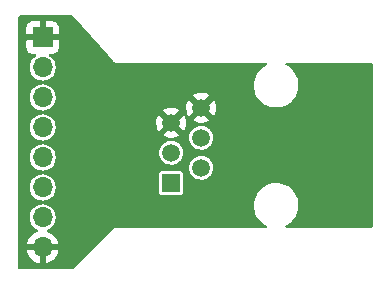
<source format=gbr>
%TF.GenerationSoftware,KiCad,Pcbnew,5.99.0-1.20210520gite8102d8.fc34*%
%TF.CreationDate,2021-05-24T16:10:21-07:00*%
%TF.ProjectId,ST_to_MEGA,53545f74-6f5f-44d4-9547-412e6b696361,rev?*%
%TF.SameCoordinates,Original*%
%TF.FileFunction,Copper,L2,Bot*%
%TF.FilePolarity,Positive*%
%FSLAX46Y46*%
G04 Gerber Fmt 4.6, Leading zero omitted, Abs format (unit mm)*
G04 Created by KiCad (PCBNEW 5.99.0-1.20210520gite8102d8.fc34) date 2021-05-24 16:10:21*
%MOMM*%
%LPD*%
G01*
G04 APERTURE LIST*
%TA.AperFunction,ComponentPad*%
%ADD10O,1.700000X1.700000*%
%TD*%
%TA.AperFunction,ComponentPad*%
%ADD11R,1.700000X1.700000*%
%TD*%
%TA.AperFunction,ComponentPad*%
%ADD12R,1.520000X1.520000*%
%TD*%
%TA.AperFunction,ComponentPad*%
%ADD13C,1.520000*%
%TD*%
G04 APERTURE END LIST*
D10*
%TO.P,J2,8,Pin_8*%
%TO.N,GND*%
X130810000Y-97405000D03*
%TO.P,J2,7,Pin_7*%
%TO.N,/~RESET*%
X130810000Y-94865000D03*
%TO.P,J2,6,Pin_6*%
%TO.N,/KEYB_RX*%
X130810000Y-92325000D03*
%TO.P,J2,5,Pin_5*%
%TO.N,/KEYB_TX*%
X130810000Y-89785000D03*
%TO.P,J2,4,Pin_4*%
%TO.N,VCC*%
X130810000Y-87245000D03*
%TO.P,J2,3,Pin_3*%
%TO.N,/~BD0SEL*%
X130810000Y-84705000D03*
%TO.P,J2,2,Pin_2*%
%TO.N,unconnected-(J2-Pad2)*%
X130810000Y-82165000D03*
D11*
%TO.P,J2,1,Pin_1*%
%TO.N,GND*%
X130810000Y-79625000D03*
%TD*%
D12*
%TO.P,J1,1*%
%TO.N,VCC*%
X141700000Y-91920000D03*
D13*
%TO.P,J1,2*%
X144240000Y-90650000D03*
%TO.P,J1,3*%
%TO.N,/KEYB_RX*%
X141700000Y-89380000D03*
%TO.P,J1,4*%
%TO.N,/KEYB_TX*%
X144240000Y-88110000D03*
%TO.P,J1,5*%
%TO.N,GND*%
X141700000Y-86840000D03*
%TO.P,J1,6*%
X144240000Y-85570000D03*
%TD*%
%TA.AperFunction,Conductor*%
%TO.N,GND*%
G36*
X133395688Y-77774002D02*
G01*
X133422392Y-77797028D01*
X135667633Y-80363018D01*
X136340434Y-81131932D01*
X136792470Y-81648545D01*
X136802403Y-81661505D01*
X136816859Y-81683141D01*
X136848356Y-81704187D01*
X136855152Y-81709063D01*
X136885187Y-81732162D01*
X136893623Y-81734432D01*
X136900885Y-81739285D01*
X136913055Y-81741706D01*
X136913056Y-81741706D01*
X136938019Y-81746671D01*
X136946186Y-81748580D01*
X136970787Y-81755202D01*
X136970791Y-81755202D01*
X136982772Y-81758427D01*
X136995077Y-81756821D01*
X136995079Y-81756821D01*
X137008569Y-81755060D01*
X137024876Y-81754000D01*
X149677896Y-81754000D01*
X149746017Y-81774002D01*
X149792510Y-81827658D01*
X149802614Y-81897932D01*
X149773120Y-81962512D01*
X149741566Y-81988729D01*
X149522607Y-82116934D01*
X149383801Y-82227940D01*
X149326992Y-82273372D01*
X149309593Y-82287286D01*
X149123401Y-82486604D01*
X148967932Y-82710711D01*
X148965902Y-82714792D01*
X148859020Y-82929633D01*
X148846442Y-82954915D01*
X148761478Y-83214098D01*
X148714818Y-83482832D01*
X148714695Y-83487390D01*
X148709098Y-83694233D01*
X148707440Y-83755487D01*
X148707975Y-83760005D01*
X148707975Y-83760011D01*
X148720005Y-83861648D01*
X148739499Y-84026350D01*
X148740683Y-84030752D01*
X148740684Y-84030759D01*
X148759541Y-84100888D01*
X148810323Y-84289749D01*
X148918428Y-84540165D01*
X148920819Y-84544044D01*
X149021825Y-84707906D01*
X149061550Y-84772353D01*
X149236691Y-84981448D01*
X149440181Y-85163070D01*
X149504547Y-85205592D01*
X149663948Y-85310898D01*
X149663955Y-85310902D01*
X149667759Y-85313415D01*
X149671886Y-85315352D01*
X149671892Y-85315356D01*
X149816014Y-85383020D01*
X149914656Y-85429332D01*
X150175700Y-85508395D01*
X150445423Y-85548946D01*
X150449988Y-85548966D01*
X150449989Y-85548966D01*
X150578250Y-85549526D01*
X150718175Y-85550136D01*
X150815802Y-85536328D01*
X150983726Y-85512579D01*
X150983730Y-85512578D01*
X150988242Y-85511940D01*
X151249966Y-85435159D01*
X151343084Y-85392428D01*
X151493708Y-85323308D01*
X151493712Y-85323306D01*
X151497865Y-85321400D01*
X151726745Y-85173047D01*
X151901133Y-85020113D01*
X151928380Y-84996218D01*
X151928382Y-84996216D01*
X151931813Y-84993207D01*
X151934774Y-84989735D01*
X151934779Y-84989729D01*
X152105808Y-84789126D01*
X152105811Y-84789123D01*
X152108772Y-84785649D01*
X152111199Y-84781787D01*
X152111203Y-84781782D01*
X152251486Y-84558584D01*
X152251487Y-84558582D01*
X152253915Y-84554719D01*
X152255757Y-84550554D01*
X152255760Y-84550547D01*
X152362357Y-84309428D01*
X152362359Y-84309423D01*
X152364201Y-84305256D01*
X152418274Y-84110934D01*
X152436097Y-84046885D01*
X152436098Y-84046880D01*
X152437321Y-84042485D01*
X152447618Y-83961542D01*
X152471347Y-83775020D01*
X152471348Y-83775012D01*
X152471742Y-83771912D01*
X152474500Y-83670000D01*
X152454761Y-83397961D01*
X152413212Y-83209765D01*
X152396944Y-83136080D01*
X152396943Y-83136076D01*
X152395959Y-83131620D01*
X152321212Y-82934329D01*
X152300942Y-82880828D01*
X152300941Y-82880825D01*
X152299324Y-82876558D01*
X152166882Y-82638117D01*
X152084145Y-82529705D01*
X152004179Y-82424925D01*
X152004178Y-82424924D01*
X152001407Y-82421293D01*
X151806365Y-82230626D01*
X151585842Y-82070113D01*
X151436439Y-81991508D01*
X151385467Y-81942089D01*
X151369304Y-81872956D01*
X151393083Y-81806060D01*
X151449254Y-81762640D01*
X151495107Y-81754000D01*
X158620000Y-81754000D01*
X158688121Y-81774002D01*
X158734614Y-81827658D01*
X158746000Y-81880000D01*
X158746000Y-95620000D01*
X158725998Y-95688121D01*
X158672342Y-95734614D01*
X158620000Y-95746000D01*
X151497937Y-95746000D01*
X151429816Y-95725998D01*
X151383323Y-95672342D01*
X151373219Y-95602068D01*
X151402713Y-95537488D01*
X151445386Y-95505482D01*
X151497865Y-95481400D01*
X151726745Y-95333047D01*
X151901133Y-95180113D01*
X151928380Y-95156218D01*
X151928382Y-95156216D01*
X151931813Y-95153207D01*
X151934774Y-95149735D01*
X151934779Y-95149729D01*
X152105808Y-94949126D01*
X152105811Y-94949123D01*
X152108772Y-94945649D01*
X152111199Y-94941787D01*
X152111203Y-94941782D01*
X152251486Y-94718584D01*
X152251487Y-94718582D01*
X152253915Y-94714719D01*
X152255757Y-94710554D01*
X152255760Y-94710547D01*
X152362357Y-94469428D01*
X152362359Y-94469423D01*
X152364201Y-94465256D01*
X152418274Y-94270934D01*
X152436097Y-94206885D01*
X152436098Y-94206880D01*
X152437321Y-94202485D01*
X152447618Y-94121542D01*
X152471347Y-93935020D01*
X152471348Y-93935012D01*
X152471742Y-93931912D01*
X152474500Y-93830000D01*
X152454761Y-93557961D01*
X152413212Y-93369765D01*
X152396944Y-93296080D01*
X152396943Y-93296076D01*
X152395959Y-93291620D01*
X152321212Y-93094329D01*
X152300942Y-93040828D01*
X152300941Y-93040825D01*
X152299324Y-93036558D01*
X152166882Y-92798117D01*
X152072016Y-92673813D01*
X152004179Y-92584925D01*
X152004178Y-92584924D01*
X152001407Y-92581293D01*
X151806365Y-92390626D01*
X151585842Y-92230113D01*
X151367428Y-92115199D01*
X151348499Y-92105240D01*
X151348498Y-92105240D01*
X151344458Y-92103114D01*
X151087269Y-92012292D01*
X150988454Y-91992816D01*
X150824135Y-91960428D01*
X150824129Y-91960427D01*
X150819663Y-91959547D01*
X150815110Y-91959320D01*
X150815107Y-91959320D01*
X150551815Y-91946212D01*
X150551809Y-91946212D01*
X150547246Y-91945985D01*
X150275724Y-91971890D01*
X150271290Y-91972975D01*
X150271284Y-91972976D01*
X150015224Y-92035634D01*
X150010786Y-92036720D01*
X149757982Y-92139117D01*
X149522607Y-92276934D01*
X149383801Y-92387940D01*
X149326992Y-92433372D01*
X149309593Y-92447286D01*
X149123401Y-92646604D01*
X148967932Y-92870711D01*
X148941442Y-92923958D01*
X148859020Y-93089633D01*
X148846442Y-93114915D01*
X148761478Y-93374098D01*
X148714818Y-93642832D01*
X148714695Y-93647390D01*
X148709098Y-93854233D01*
X148707440Y-93915487D01*
X148707975Y-93920005D01*
X148707975Y-93920011D01*
X148720005Y-94021648D01*
X148739499Y-94186350D01*
X148740683Y-94190752D01*
X148740684Y-94190759D01*
X148759541Y-94260888D01*
X148810323Y-94449749D01*
X148918428Y-94700165D01*
X148920819Y-94704044D01*
X149021825Y-94867906D01*
X149061550Y-94932353D01*
X149236691Y-95141448D01*
X149440181Y-95323070D01*
X149503433Y-95364856D01*
X149663948Y-95470898D01*
X149663955Y-95470902D01*
X149667759Y-95473415D01*
X149671892Y-95475355D01*
X149671893Y-95475356D01*
X149737046Y-95505945D01*
X149790209Y-95553001D01*
X149809491Y-95621329D01*
X149788771Y-95689235D01*
X149734628Y-95735159D01*
X149683498Y-95746000D01*
X137037547Y-95746000D01*
X137012967Y-95743579D01*
X137012173Y-95743421D01*
X137012171Y-95743421D01*
X137000000Y-95741000D01*
X136974863Y-95746000D01*
X136900885Y-95760715D01*
X136890567Y-95767609D01*
X136890565Y-95767610D01*
X136827175Y-95809966D01*
X136816859Y-95816859D01*
X136809967Y-95827174D01*
X136809965Y-95827176D01*
X136809510Y-95827857D01*
X136793840Y-95846950D01*
X133431694Y-99209095D01*
X133369382Y-99243121D01*
X133342599Y-99246000D01*
X128880000Y-99246000D01*
X128811879Y-99225998D01*
X128765386Y-99172342D01*
X128754000Y-99120000D01*
X128754000Y-97677423D01*
X129478255Y-97677423D01*
X129486638Y-97729471D01*
X129489212Y-97739793D01*
X129560230Y-97947810D01*
X129564497Y-97957533D01*
X129669556Y-98150625D01*
X129675402Y-98159491D01*
X129811486Y-98332113D01*
X129818750Y-98339875D01*
X129981967Y-98487094D01*
X129990444Y-98493528D01*
X130176122Y-98611136D01*
X130185567Y-98616053D01*
X130388406Y-98700694D01*
X130398545Y-98703950D01*
X130538345Y-98736096D01*
X130552422Y-98735257D01*
X130556000Y-98725999D01*
X130556000Y-97677115D01*
X130554659Y-97672548D01*
X131064000Y-97672548D01*
X131064000Y-98724941D01*
X131068151Y-98739079D01*
X131078798Y-98740774D01*
X131082192Y-98740096D01*
X131293333Y-98678954D01*
X131303259Y-98675143D01*
X131501065Y-98579307D01*
X131510212Y-98573876D01*
X131689041Y-98446083D01*
X131697149Y-98439182D01*
X131851893Y-98283082D01*
X131858706Y-98274933D01*
X131984940Y-98094988D01*
X131990295Y-98085787D01*
X132084399Y-97887156D01*
X132088123Y-97877197D01*
X132145968Y-97670718D01*
X132144430Y-97662351D01*
X132132137Y-97659000D01*
X131082115Y-97659000D01*
X131066876Y-97663475D01*
X131065671Y-97664865D01*
X131064000Y-97672548D01*
X130554659Y-97672548D01*
X130551525Y-97661876D01*
X130550135Y-97660671D01*
X130542452Y-97659000D01*
X129493403Y-97659000D01*
X129480222Y-97662870D01*
X129478255Y-97677423D01*
X128754000Y-97677423D01*
X128754000Y-97133174D01*
X129479008Y-97133174D01*
X129480427Y-97146414D01*
X129495062Y-97151000D01*
X132129079Y-97151000D01*
X132142610Y-97147027D01*
X132143876Y-97138218D01*
X132096954Y-96957433D01*
X132093419Y-96947395D01*
X132003147Y-96746998D01*
X131997967Y-96737692D01*
X131875218Y-96555366D01*
X131868557Y-96547080D01*
X131716830Y-96388030D01*
X131708873Y-96380990D01*
X131532523Y-96249782D01*
X131523486Y-96244178D01*
X131327550Y-96144559D01*
X131317699Y-96140559D01*
X131254663Y-96120986D01*
X131195538Y-96081683D01*
X131167047Y-96016654D01*
X131178237Y-95946544D01*
X131225554Y-95893614D01*
X131251312Y-95881413D01*
X131266575Y-95876202D01*
X131382464Y-95809966D01*
X131444344Y-95774599D01*
X131444347Y-95774597D01*
X131449552Y-95771622D01*
X131454101Y-95767716D01*
X131454104Y-95767714D01*
X131604900Y-95638237D01*
X131604902Y-95638235D01*
X131609451Y-95634329D01*
X131620829Y-95620000D01*
X131711390Y-95505945D01*
X131740505Y-95469277D01*
X131792073Y-95370427D01*
X131835210Y-95287739D01*
X131835211Y-95287736D01*
X131837984Y-95282421D01*
X131898370Y-95080503D01*
X131919485Y-94870809D01*
X131919500Y-94865000D01*
X131899483Y-94655199D01*
X131840155Y-94452967D01*
X131836225Y-94445337D01*
X131746402Y-94270934D01*
X131746400Y-94270931D01*
X131743656Y-94265603D01*
X131690519Y-94197956D01*
X131617175Y-94104584D01*
X131617171Y-94104579D01*
X131613469Y-94099867D01*
X131454290Y-93961739D01*
X131271864Y-93856203D01*
X131266195Y-93854234D01*
X131266192Y-93854233D01*
X131078442Y-93789035D01*
X131072772Y-93787066D01*
X131066834Y-93786205D01*
X130870139Y-93757686D01*
X130870136Y-93757686D01*
X130864199Y-93756825D01*
X130653670Y-93766569D01*
X130647846Y-93767973D01*
X130647843Y-93767973D01*
X130454615Y-93814541D01*
X130454613Y-93814542D01*
X130448782Y-93815947D01*
X130443324Y-93818429D01*
X130443320Y-93818430D01*
X130360244Y-93856203D01*
X130256928Y-93903178D01*
X130085030Y-94025114D01*
X129939291Y-94177355D01*
X129824969Y-94354408D01*
X129746190Y-94549885D01*
X129745040Y-94555775D01*
X129714000Y-94714719D01*
X129705795Y-94756732D01*
X129705243Y-94967485D01*
X129706361Y-94973372D01*
X129740504Y-95153207D01*
X129744554Y-95174541D01*
X129822309Y-95370427D01*
X129935702Y-95548076D01*
X130080642Y-95701079D01*
X130085507Y-95704569D01*
X130085510Y-95704571D01*
X130232454Y-95809966D01*
X130251899Y-95823913D01*
X130358863Y-95873224D01*
X130383030Y-95884365D01*
X130436519Y-95931049D01*
X130456278Y-95999241D01*
X130436033Y-96067290D01*
X130376560Y-96115983D01*
X130208932Y-96182182D01*
X130199396Y-96186916D01*
X130011486Y-96300942D01*
X130002896Y-96307206D01*
X129836884Y-96451264D01*
X129829464Y-96458895D01*
X129690100Y-96628860D01*
X129684075Y-96637627D01*
X129575342Y-96828644D01*
X129570877Y-96838308D01*
X129495882Y-97044916D01*
X129493111Y-97055184D01*
X129479008Y-97133174D01*
X128754000Y-97133174D01*
X128754000Y-92427485D01*
X129705243Y-92427485D01*
X129709636Y-92450623D01*
X129734445Y-92581293D01*
X129744554Y-92634541D01*
X129822309Y-92830427D01*
X129825533Y-92835477D01*
X129825534Y-92835480D01*
X129845629Y-92866962D01*
X129935702Y-93008076D01*
X130080642Y-93161079D01*
X130085507Y-93164569D01*
X130085510Y-93164571D01*
X130247029Y-93280420D01*
X130251899Y-93283913D01*
X130443294Y-93372147D01*
X130449110Y-93373581D01*
X130449113Y-93373582D01*
X130543566Y-93396869D01*
X130647921Y-93422598D01*
X130653911Y-93422907D01*
X130653913Y-93422907D01*
X130727857Y-93426717D01*
X130858396Y-93433444D01*
X130864331Y-93432615D01*
X130864335Y-93432615D01*
X131026132Y-93410020D01*
X131067124Y-93404295D01*
X131211269Y-93355084D01*
X131260896Y-93338141D01*
X131260898Y-93338140D01*
X131266575Y-93336202D01*
X131364173Y-93280420D01*
X131444344Y-93234599D01*
X131444347Y-93234597D01*
X131449552Y-93231622D01*
X131454101Y-93227716D01*
X131454104Y-93227714D01*
X131604900Y-93098237D01*
X131604902Y-93098235D01*
X131609451Y-93094329D01*
X131740505Y-92929277D01*
X131771227Y-92870387D01*
X131835210Y-92747739D01*
X131835211Y-92747736D01*
X131837984Y-92742421D01*
X131898370Y-92540503D01*
X131919485Y-92330809D01*
X131919500Y-92325000D01*
X131899483Y-92115199D01*
X131840155Y-91912967D01*
X131837411Y-91907639D01*
X131746402Y-91730934D01*
X131746400Y-91730931D01*
X131743656Y-91725603D01*
X131679409Y-91643813D01*
X131617175Y-91564584D01*
X131617171Y-91564579D01*
X131613469Y-91559867D01*
X131454290Y-91421739D01*
X131271864Y-91316203D01*
X131266195Y-91314234D01*
X131266192Y-91314233D01*
X131078442Y-91249035D01*
X131072772Y-91247066D01*
X131040184Y-91242341D01*
X130870139Y-91217686D01*
X130870136Y-91217686D01*
X130864199Y-91216825D01*
X130653670Y-91226569D01*
X130647846Y-91227973D01*
X130647843Y-91227973D01*
X130454615Y-91274541D01*
X130454613Y-91274542D01*
X130448782Y-91275947D01*
X130443324Y-91278429D01*
X130443320Y-91278430D01*
X130360244Y-91316203D01*
X130256928Y-91363178D01*
X130085030Y-91485114D01*
X129939291Y-91637355D01*
X129824969Y-91814408D01*
X129822726Y-91819974D01*
X129761065Y-91972976D01*
X129746190Y-92009885D01*
X129705795Y-92216732D01*
X129705779Y-92222718D01*
X129705779Y-92222721D01*
X129705760Y-92230113D01*
X129705243Y-92427485D01*
X128754000Y-92427485D01*
X128754000Y-91160000D01*
X140680500Y-91160000D01*
X140680500Y-92680000D01*
X140700253Y-92779306D01*
X140756506Y-92863494D01*
X140840694Y-92919747D01*
X140940000Y-92939500D01*
X142460000Y-92939500D01*
X142559306Y-92919747D01*
X142643494Y-92863494D01*
X142699747Y-92779306D01*
X142719500Y-92680000D01*
X142719500Y-91160000D01*
X142699747Y-91060694D01*
X142643494Y-90976506D01*
X142559306Y-90920253D01*
X142460000Y-90900500D01*
X140940000Y-90900500D01*
X140840694Y-90920253D01*
X140756506Y-90976506D01*
X140700253Y-91060694D01*
X140680500Y-91160000D01*
X128754000Y-91160000D01*
X128754000Y-89887485D01*
X129705243Y-89887485D01*
X129724899Y-89991013D01*
X129742898Y-90085817D01*
X129744554Y-90094541D01*
X129822309Y-90290427D01*
X129825533Y-90295477D01*
X129825534Y-90295480D01*
X129847890Y-90330504D01*
X129935702Y-90468076D01*
X130080642Y-90621079D01*
X130085507Y-90624569D01*
X130085510Y-90624571D01*
X130247029Y-90740420D01*
X130251899Y-90743913D01*
X130443294Y-90832147D01*
X130449110Y-90833581D01*
X130449113Y-90833582D01*
X130543566Y-90856869D01*
X130647921Y-90882598D01*
X130653911Y-90882907D01*
X130653913Y-90882907D01*
X130727857Y-90886717D01*
X130858396Y-90893444D01*
X130864331Y-90892615D01*
X130864335Y-90892615D01*
X131028069Y-90869749D01*
X131067124Y-90864295D01*
X131211269Y-90815084D01*
X131260896Y-90798141D01*
X131260898Y-90798140D01*
X131266575Y-90796202D01*
X131364173Y-90740420D01*
X131444344Y-90694599D01*
X131444347Y-90694597D01*
X131449552Y-90691622D01*
X131454101Y-90687716D01*
X131454104Y-90687714D01*
X131514605Y-90635766D01*
X143220599Y-90635766D01*
X143221115Y-90641909D01*
X143234072Y-90796202D01*
X143237249Y-90834039D01*
X143238948Y-90839964D01*
X143278101Y-90976506D01*
X143292093Y-91025303D01*
X143294908Y-91030780D01*
X143294909Y-91030783D01*
X143315080Y-91070031D01*
X143383042Y-91202272D01*
X143386865Y-91207096D01*
X143386868Y-91207100D01*
X143497890Y-91347173D01*
X143506633Y-91358204D01*
X143658158Y-91487162D01*
X143663536Y-91490168D01*
X143663538Y-91490169D01*
X143700439Y-91510792D01*
X143831844Y-91584232D01*
X144021077Y-91645717D01*
X144218649Y-91669276D01*
X144224784Y-91668804D01*
X144224786Y-91668804D01*
X144410893Y-91654485D01*
X144410898Y-91654484D01*
X144417034Y-91654012D01*
X144422966Y-91652356D01*
X144422970Y-91652355D01*
X144512855Y-91627258D01*
X144608676Y-91600504D01*
X144786275Y-91510792D01*
X144812672Y-91490169D01*
X144938211Y-91392087D01*
X144938212Y-91392087D01*
X144943067Y-91388293D01*
X144965591Y-91362199D01*
X145069050Y-91242341D01*
X145069051Y-91242339D01*
X145073079Y-91237673D01*
X145171360Y-91064668D01*
X145234165Y-90875869D01*
X145250835Y-90743913D01*
X145258661Y-90681968D01*
X145258662Y-90681961D01*
X145259103Y-90678466D01*
X145259500Y-90650000D01*
X145240084Y-90451978D01*
X145182575Y-90261499D01*
X145171565Y-90240792D01*
X145092059Y-90091263D01*
X145092057Y-90091261D01*
X145089163Y-90085817D01*
X145014716Y-89994536D01*
X144967302Y-89936400D01*
X144967299Y-89936397D01*
X144963407Y-89931625D01*
X144946618Y-89917736D01*
X144814846Y-89808724D01*
X144814841Y-89808721D01*
X144810097Y-89804796D01*
X144804678Y-89801866D01*
X144804675Y-89801864D01*
X144640490Y-89713090D01*
X144640486Y-89713088D01*
X144635072Y-89710161D01*
X144629192Y-89708341D01*
X144629190Y-89708340D01*
X144579045Y-89692817D01*
X144444999Y-89651323D01*
X144438881Y-89650680D01*
X144438876Y-89650679D01*
X144253246Y-89631169D01*
X144253244Y-89631169D01*
X144247117Y-89630525D01*
X144163743Y-89638113D01*
X144055104Y-89647999D01*
X144055101Y-89648000D01*
X144048965Y-89648558D01*
X144043059Y-89650296D01*
X144043055Y-89650297D01*
X143953238Y-89676732D01*
X143858089Y-89704736D01*
X143681759Y-89796919D01*
X143676959Y-89800779D01*
X143676958Y-89800779D01*
X143641174Y-89829550D01*
X143526693Y-89921595D01*
X143398797Y-90074016D01*
X143395833Y-90079408D01*
X143395830Y-90079412D01*
X143331364Y-90196676D01*
X143302942Y-90248376D01*
X143301081Y-90254243D01*
X143301080Y-90254245D01*
X143255074Y-90399276D01*
X143242779Y-90438034D01*
X143220599Y-90635766D01*
X131514605Y-90635766D01*
X131604900Y-90558237D01*
X131604902Y-90558235D01*
X131609451Y-90554329D01*
X131740505Y-90389277D01*
X131771166Y-90330504D01*
X131835210Y-90207739D01*
X131835211Y-90207736D01*
X131837984Y-90202421D01*
X131898370Y-90000503D01*
X131919485Y-89790809D01*
X131919500Y-89785000D01*
X131917190Y-89760783D01*
X131906746Y-89651323D01*
X131899483Y-89575199D01*
X131840155Y-89372967D01*
X131836446Y-89365766D01*
X140680599Y-89365766D01*
X140697249Y-89564039D01*
X140698948Y-89569964D01*
X140739989Y-89713090D01*
X140752093Y-89755303D01*
X140754908Y-89760780D01*
X140754909Y-89760783D01*
X140837555Y-89921595D01*
X140843042Y-89932272D01*
X140846865Y-89937096D01*
X140846868Y-89937100D01*
X140951648Y-90069298D01*
X140966633Y-90088204D01*
X141118158Y-90217162D01*
X141123536Y-90220168D01*
X141123538Y-90220169D01*
X141165409Y-90243570D01*
X141291844Y-90314232D01*
X141481077Y-90375717D01*
X141678649Y-90399276D01*
X141684784Y-90398804D01*
X141684786Y-90398804D01*
X141870893Y-90384485D01*
X141870898Y-90384484D01*
X141877034Y-90384012D01*
X141882966Y-90382356D01*
X141882970Y-90382355D01*
X141972855Y-90357258D01*
X142068676Y-90330504D01*
X142246275Y-90240792D01*
X142272672Y-90220169D01*
X142398211Y-90122087D01*
X142398212Y-90122087D01*
X142403067Y-90118293D01*
X142441286Y-90074016D01*
X142529050Y-89972341D01*
X142529051Y-89972339D01*
X142533079Y-89967673D01*
X142631360Y-89794668D01*
X142694165Y-89605869D01*
X142711344Y-89469885D01*
X142718661Y-89411968D01*
X142718662Y-89411961D01*
X142719103Y-89408466D01*
X142719500Y-89380000D01*
X142718811Y-89372967D01*
X142700685Y-89188111D01*
X142700084Y-89181978D01*
X142642575Y-88991499D01*
X142631565Y-88970792D01*
X142552059Y-88821263D01*
X142552057Y-88821261D01*
X142549163Y-88815817D01*
X142459766Y-88706205D01*
X142427302Y-88666400D01*
X142427299Y-88666397D01*
X142423407Y-88661625D01*
X142406618Y-88647736D01*
X142274846Y-88538724D01*
X142274841Y-88538721D01*
X142270097Y-88534796D01*
X142264678Y-88531866D01*
X142264675Y-88531864D01*
X142100490Y-88443090D01*
X142100486Y-88443088D01*
X142095072Y-88440161D01*
X142089192Y-88438341D01*
X142089190Y-88438340D01*
X142039045Y-88422817D01*
X141904999Y-88381323D01*
X141898881Y-88380680D01*
X141898876Y-88380679D01*
X141713246Y-88361169D01*
X141713244Y-88361169D01*
X141707117Y-88360525D01*
X141623743Y-88368113D01*
X141515104Y-88377999D01*
X141515101Y-88378000D01*
X141508965Y-88378558D01*
X141503059Y-88380296D01*
X141503055Y-88380297D01*
X141363756Y-88421296D01*
X141318089Y-88434736D01*
X141141759Y-88526919D01*
X141136959Y-88530779D01*
X141136958Y-88530779D01*
X141101174Y-88559550D01*
X140986693Y-88651595D01*
X140858797Y-88804016D01*
X140855833Y-88809408D01*
X140855830Y-88809412D01*
X140813907Y-88885671D01*
X140762942Y-88978376D01*
X140761081Y-88984243D01*
X140761080Y-88984245D01*
X140715074Y-89129276D01*
X140702779Y-89168034D01*
X140680599Y-89365766D01*
X131836446Y-89365766D01*
X131833292Y-89359641D01*
X131746402Y-89190934D01*
X131746400Y-89190931D01*
X131743656Y-89185603D01*
X131679409Y-89103813D01*
X131617175Y-89024584D01*
X131617171Y-89024579D01*
X131613469Y-89019867D01*
X131574508Y-88986058D01*
X131458821Y-88885671D01*
X131454290Y-88881739D01*
X131271864Y-88776203D01*
X131266195Y-88774234D01*
X131266192Y-88774233D01*
X131078442Y-88709035D01*
X131072772Y-88707066D01*
X131040184Y-88702341D01*
X130870139Y-88677686D01*
X130870136Y-88677686D01*
X130864199Y-88676825D01*
X130653670Y-88686569D01*
X130647846Y-88687973D01*
X130647843Y-88687973D01*
X130454615Y-88734541D01*
X130454613Y-88734542D01*
X130448782Y-88735947D01*
X130443324Y-88738429D01*
X130443320Y-88738430D01*
X130360244Y-88776203D01*
X130256928Y-88823178D01*
X130085030Y-88945114D01*
X129939291Y-89097355D01*
X129824969Y-89274408D01*
X129822726Y-89279974D01*
X129781002Y-89383506D01*
X129746190Y-89469885D01*
X129745040Y-89475775D01*
X129714710Y-89631084D01*
X129705795Y-89676732D01*
X129705779Y-89682718D01*
X129705779Y-89682721D01*
X129705714Y-89707590D01*
X129705243Y-89887485D01*
X128754000Y-89887485D01*
X128754000Y-87347485D01*
X129705243Y-87347485D01*
X129713623Y-87391625D01*
X129742898Y-87545817D01*
X129744554Y-87554541D01*
X129822309Y-87750427D01*
X129935702Y-87928076D01*
X130080642Y-88081079D01*
X130085507Y-88084569D01*
X130085510Y-88084571D01*
X130247029Y-88200420D01*
X130251899Y-88203913D01*
X130443294Y-88292147D01*
X130449110Y-88293581D01*
X130449113Y-88293582D01*
X130543566Y-88316869D01*
X130647921Y-88342598D01*
X130653911Y-88342907D01*
X130653913Y-88342907D01*
X130727857Y-88346717D01*
X130858396Y-88353444D01*
X130864331Y-88352615D01*
X130864335Y-88352615D01*
X131028069Y-88329749D01*
X131067124Y-88324295D01*
X131211269Y-88275084D01*
X131260896Y-88258141D01*
X131260898Y-88258140D01*
X131266575Y-88256202D01*
X131364173Y-88200420D01*
X131444344Y-88154599D01*
X131444347Y-88154597D01*
X131449552Y-88151622D01*
X131454101Y-88147716D01*
X131454104Y-88147714D01*
X131604900Y-88018237D01*
X131604902Y-88018235D01*
X131609451Y-88014329D01*
X131701042Y-87898978D01*
X141005852Y-87898978D01*
X141011133Y-87906032D01*
X141153139Y-87989014D01*
X141163254Y-87993774D01*
X141365259Y-88067698D01*
X141376044Y-88070588D01*
X141587954Y-88107571D01*
X141599088Y-88108506D01*
X141814185Y-88107379D01*
X141825321Y-88106327D01*
X141882303Y-88095766D01*
X143220599Y-88095766D01*
X143221115Y-88101909D01*
X143234072Y-88256202D01*
X143237249Y-88294039D01*
X143238948Y-88299964D01*
X143279989Y-88443090D01*
X143292093Y-88485303D01*
X143294908Y-88490780D01*
X143294909Y-88490783D01*
X143377555Y-88651595D01*
X143383042Y-88662272D01*
X143386865Y-88667096D01*
X143386868Y-88667100D01*
X143491648Y-88799298D01*
X143506633Y-88818204D01*
X143658158Y-88947162D01*
X143663536Y-88950168D01*
X143663538Y-88950169D01*
X143705409Y-88973570D01*
X143831844Y-89044232D01*
X144021077Y-89105717D01*
X144218649Y-89129276D01*
X144224784Y-89128804D01*
X144224786Y-89128804D01*
X144410893Y-89114485D01*
X144410898Y-89114484D01*
X144417034Y-89114012D01*
X144422966Y-89112356D01*
X144422970Y-89112355D01*
X144512855Y-89087258D01*
X144608676Y-89060504D01*
X144786275Y-88970792D01*
X144812672Y-88950169D01*
X144938211Y-88852087D01*
X144938212Y-88852087D01*
X144943067Y-88848293D01*
X144966399Y-88821263D01*
X145069050Y-88702341D01*
X145069051Y-88702339D01*
X145073079Y-88697673D01*
X145171360Y-88524668D01*
X145234165Y-88335869D01*
X145250835Y-88203913D01*
X145258661Y-88141968D01*
X145258662Y-88141961D01*
X145259103Y-88138466D01*
X145259500Y-88110000D01*
X145240084Y-87911978D01*
X145182575Y-87721499D01*
X145148108Y-87656676D01*
X145092059Y-87551263D01*
X145092057Y-87551261D01*
X145089163Y-87545817D01*
X145014716Y-87454536D01*
X144967302Y-87396400D01*
X144967299Y-87396397D01*
X144963407Y-87391625D01*
X144928421Y-87362682D01*
X144814846Y-87268724D01*
X144814841Y-87268721D01*
X144810097Y-87264796D01*
X144804678Y-87261866D01*
X144804675Y-87261864D01*
X144640490Y-87173090D01*
X144640486Y-87173088D01*
X144635072Y-87170161D01*
X144629192Y-87168341D01*
X144629190Y-87168340D01*
X144566593Y-87148963D01*
X144444999Y-87111323D01*
X144438881Y-87110680D01*
X144438876Y-87110679D01*
X144253246Y-87091169D01*
X144253244Y-87091169D01*
X144247117Y-87090525D01*
X144163743Y-87098113D01*
X144055104Y-87107999D01*
X144055101Y-87108000D01*
X144048965Y-87108558D01*
X144043059Y-87110296D01*
X144043055Y-87110297D01*
X143953238Y-87136732D01*
X143858089Y-87164736D01*
X143681759Y-87256919D01*
X143676959Y-87260779D01*
X143676958Y-87260779D01*
X143641174Y-87289550D01*
X143526693Y-87381595D01*
X143398797Y-87534016D01*
X143395833Y-87539408D01*
X143395830Y-87539412D01*
X143389315Y-87551263D01*
X143302942Y-87708376D01*
X143301081Y-87714243D01*
X143301080Y-87714245D01*
X143246407Y-87886598D01*
X143242779Y-87898034D01*
X143220599Y-88095766D01*
X141882303Y-88095766D01*
X142036816Y-88067129D01*
X142047584Y-88064123D01*
X142248803Y-87988088D01*
X142258863Y-87983225D01*
X142384170Y-87908230D01*
X142393741Y-87897871D01*
X142390198Y-87889408D01*
X141712812Y-87212022D01*
X141698868Y-87204408D01*
X141697035Y-87204539D01*
X141690420Y-87208790D01*
X141012612Y-87886598D01*
X141005852Y-87898978D01*
X131701042Y-87898978D01*
X131740505Y-87849277D01*
X131792073Y-87750427D01*
X131835210Y-87667739D01*
X131835211Y-87667736D01*
X131837984Y-87662421D01*
X131898370Y-87460503D01*
X131919485Y-87250809D01*
X131919500Y-87245000D01*
X131899483Y-87035199D01*
X131864023Y-86914326D01*
X140429659Y-86914326D01*
X140430361Y-86925478D01*
X140462897Y-87138102D01*
X140465564Y-87148963D01*
X140535240Y-87352468D01*
X140539788Y-87362682D01*
X140630496Y-87525653D01*
X140640548Y-87535544D01*
X140648152Y-87532638D01*
X141327978Y-86852812D01*
X141334356Y-86841132D01*
X142064408Y-86841132D01*
X142064539Y-86842965D01*
X142068790Y-86849580D01*
X142748682Y-87529472D01*
X142761062Y-87536232D01*
X142767326Y-87531543D01*
X142865628Y-87350495D01*
X142870061Y-87340249D01*
X142937603Y-87136022D01*
X142940157Y-87125130D01*
X142970743Y-86910219D01*
X142971350Y-86902996D01*
X142972905Y-86843631D01*
X142972677Y-86836379D01*
X142954166Y-86628978D01*
X143545852Y-86628978D01*
X143551133Y-86636032D01*
X143693139Y-86719014D01*
X143703254Y-86723774D01*
X143905259Y-86797698D01*
X143916044Y-86800588D01*
X144127954Y-86837571D01*
X144139088Y-86838506D01*
X144354185Y-86837379D01*
X144365321Y-86836327D01*
X144576816Y-86797129D01*
X144587584Y-86794123D01*
X144788803Y-86718088D01*
X144798863Y-86713225D01*
X144924170Y-86638230D01*
X144933741Y-86627871D01*
X144930198Y-86619408D01*
X144252812Y-85942022D01*
X144238868Y-85934408D01*
X144237035Y-85934539D01*
X144230420Y-85938790D01*
X143552612Y-86616598D01*
X143545852Y-86628978D01*
X142954166Y-86628978D01*
X142953380Y-86620166D01*
X142951398Y-86609152D01*
X142894640Y-86401679D01*
X142890746Y-86391206D01*
X142798142Y-86197057D01*
X142792447Y-86187428D01*
X142769292Y-86155205D01*
X142758500Y-86146792D01*
X142745463Y-86153747D01*
X142072022Y-86827188D01*
X142064408Y-86841132D01*
X141334356Y-86841132D01*
X141335592Y-86838868D01*
X141335461Y-86837035D01*
X141331210Y-86830420D01*
X140654544Y-86153754D01*
X140642164Y-86146994D01*
X140634192Y-86152962D01*
X140568728Y-86257322D01*
X140563657Y-86267274D01*
X140483425Y-86466857D01*
X140480194Y-86477557D01*
X140436574Y-86688188D01*
X140435289Y-86699295D01*
X140429659Y-86914326D01*
X131864023Y-86914326D01*
X131840155Y-86832967D01*
X131820149Y-86794123D01*
X131746402Y-86650934D01*
X131746400Y-86650931D01*
X131743656Y-86645603D01*
X131702815Y-86593609D01*
X131617175Y-86484584D01*
X131617171Y-86484579D01*
X131613469Y-86479867D01*
X131608543Y-86475592D01*
X131458821Y-86345671D01*
X131454290Y-86341739D01*
X131271864Y-86236203D01*
X131266195Y-86234234D01*
X131266192Y-86234233D01*
X131078442Y-86169035D01*
X131072772Y-86167066D01*
X131066834Y-86166205D01*
X130870139Y-86137686D01*
X130870136Y-86137686D01*
X130864199Y-86136825D01*
X130653670Y-86146569D01*
X130647846Y-86147973D01*
X130647843Y-86147973D01*
X130454615Y-86194541D01*
X130454613Y-86194542D01*
X130448782Y-86195947D01*
X130443324Y-86198429D01*
X130443320Y-86198430D01*
X130360244Y-86236203D01*
X130256928Y-86283178D01*
X130085030Y-86405114D01*
X129939291Y-86557355D01*
X129824969Y-86734408D01*
X129822726Y-86739974D01*
X129754116Y-86910219D01*
X129746190Y-86929885D01*
X129745040Y-86935775D01*
X129708061Y-87125130D01*
X129705795Y-87136732D01*
X129705779Y-87142718D01*
X129705779Y-87142721D01*
X129705714Y-87167590D01*
X129705243Y-87347485D01*
X128754000Y-87347485D01*
X128754000Y-84807485D01*
X129705243Y-84807485D01*
X129718440Y-84876994D01*
X129741276Y-84997274D01*
X129744554Y-85014541D01*
X129822309Y-85210427D01*
X129935702Y-85388076D01*
X130080642Y-85541079D01*
X130085507Y-85544569D01*
X130085510Y-85544571D01*
X130240139Y-85655478D01*
X130251899Y-85663913D01*
X130443294Y-85752147D01*
X130449110Y-85753581D01*
X130449113Y-85753582D01*
X130519509Y-85770938D01*
X130647921Y-85802598D01*
X130653911Y-85802907D01*
X130653913Y-85802907D01*
X130727857Y-85806717D01*
X130858396Y-85813444D01*
X130864331Y-85812615D01*
X130864335Y-85812615D01*
X131026132Y-85790020D01*
X131067124Y-85784295D01*
X131078870Y-85780285D01*
X141004839Y-85780285D01*
X141011471Y-85792261D01*
X141687188Y-86467978D01*
X141701132Y-86475592D01*
X141702965Y-86475461D01*
X141709580Y-86471210D01*
X142386022Y-85794768D01*
X142392247Y-85783369D01*
X142382437Y-85770938D01*
X142317929Y-85727592D01*
X142308134Y-85722207D01*
X142130718Y-85644326D01*
X142969659Y-85644326D01*
X142970361Y-85655478D01*
X143002897Y-85868102D01*
X143005564Y-85878963D01*
X143075240Y-86082468D01*
X143079788Y-86092682D01*
X143170496Y-86255653D01*
X143180548Y-86265544D01*
X143188152Y-86262638D01*
X143867978Y-85582812D01*
X143874356Y-85571132D01*
X144604408Y-85571132D01*
X144604539Y-85572965D01*
X144608790Y-85579580D01*
X145288682Y-86259472D01*
X145301062Y-86266232D01*
X145307326Y-86261543D01*
X145405628Y-86080495D01*
X145410061Y-86070249D01*
X145477603Y-85866022D01*
X145480157Y-85855130D01*
X145510743Y-85640219D01*
X145511350Y-85632995D01*
X145512905Y-85573631D01*
X145512677Y-85566379D01*
X145493380Y-85350166D01*
X145491398Y-85339152D01*
X145434640Y-85131679D01*
X145430746Y-85121206D01*
X145338142Y-84927057D01*
X145332447Y-84917428D01*
X145309292Y-84885205D01*
X145298500Y-84876792D01*
X145285463Y-84883747D01*
X144612022Y-85557188D01*
X144604408Y-85571132D01*
X143874356Y-85571132D01*
X143875592Y-85568868D01*
X143875461Y-85567035D01*
X143871210Y-85560420D01*
X143194544Y-84883754D01*
X143182164Y-84876994D01*
X143174192Y-84882962D01*
X143108728Y-84987322D01*
X143103657Y-84997274D01*
X143023425Y-85196857D01*
X143020194Y-85207557D01*
X142976574Y-85418188D01*
X142975289Y-85429295D01*
X142969659Y-85644326D01*
X142130718Y-85644326D01*
X142111177Y-85635748D01*
X142100578Y-85632181D01*
X141891421Y-85581966D01*
X141880359Y-85580333D01*
X141665621Y-85567951D01*
X141654437Y-85568303D01*
X141440900Y-85594144D01*
X141429966Y-85596468D01*
X141224371Y-85659718D01*
X141214025Y-85663939D01*
X141022875Y-85762599D01*
X141013442Y-85768586D01*
X141013303Y-85768693D01*
X141004839Y-85780285D01*
X131078870Y-85780285D01*
X131248986Y-85722207D01*
X131260896Y-85718141D01*
X131260898Y-85718140D01*
X131266575Y-85716202D01*
X131364173Y-85660420D01*
X131444344Y-85614599D01*
X131444347Y-85614597D01*
X131449552Y-85611622D01*
X131454101Y-85607716D01*
X131454104Y-85607714D01*
X131604900Y-85478237D01*
X131604902Y-85478235D01*
X131609451Y-85474329D01*
X131642065Y-85433255D01*
X131736776Y-85313973D01*
X131740505Y-85309277D01*
X131792073Y-85210427D01*
X131835210Y-85127739D01*
X131835211Y-85127736D01*
X131837984Y-85122421D01*
X131898370Y-84920503D01*
X131902772Y-84876792D01*
X131909750Y-84807485D01*
X131919485Y-84710809D01*
X131919500Y-84705000D01*
X131900922Y-84510285D01*
X143544839Y-84510285D01*
X143551471Y-84522261D01*
X144227188Y-85197978D01*
X144241132Y-85205592D01*
X144242965Y-85205461D01*
X144249580Y-85201210D01*
X144926022Y-84524768D01*
X144932247Y-84513369D01*
X144922437Y-84500938D01*
X144857929Y-84457592D01*
X144848134Y-84452207D01*
X144651177Y-84365748D01*
X144640578Y-84362181D01*
X144431421Y-84311966D01*
X144420359Y-84310333D01*
X144205621Y-84297951D01*
X144194437Y-84298303D01*
X143980900Y-84324144D01*
X143969966Y-84326468D01*
X143764371Y-84389718D01*
X143754025Y-84393939D01*
X143562875Y-84492599D01*
X143553442Y-84498586D01*
X143553303Y-84498693D01*
X143544839Y-84510285D01*
X131900922Y-84510285D01*
X131899483Y-84495199D01*
X131840155Y-84292967D01*
X131836225Y-84285337D01*
X131746402Y-84110934D01*
X131746400Y-84110931D01*
X131743656Y-84105603D01*
X131690519Y-84037956D01*
X131617175Y-83944584D01*
X131617171Y-83944579D01*
X131613469Y-83939867D01*
X131454290Y-83801739D01*
X131271864Y-83696203D01*
X131266195Y-83694234D01*
X131266192Y-83694233D01*
X131078442Y-83629035D01*
X131072772Y-83627066D01*
X131066834Y-83626205D01*
X130870139Y-83597686D01*
X130870136Y-83597686D01*
X130864199Y-83596825D01*
X130653670Y-83606569D01*
X130647846Y-83607973D01*
X130647843Y-83607973D01*
X130454615Y-83654541D01*
X130454613Y-83654542D01*
X130448782Y-83655947D01*
X130443324Y-83658429D01*
X130443320Y-83658430D01*
X130360244Y-83696203D01*
X130256928Y-83743178D01*
X130085030Y-83865114D01*
X129939291Y-84017355D01*
X129824969Y-84194408D01*
X129822726Y-84199974D01*
X129771748Y-84326468D01*
X129746190Y-84389885D01*
X129745040Y-84395775D01*
X129714000Y-84554719D01*
X129705795Y-84596732D01*
X129705243Y-84807485D01*
X128754000Y-84807485D01*
X128754000Y-79892548D01*
X129447000Y-79892548D01*
X129447000Y-80472743D01*
X129447161Y-80477250D01*
X129451740Y-80541269D01*
X129454126Y-80554491D01*
X129490819Y-80679458D01*
X129498233Y-80695692D01*
X129567426Y-80803360D01*
X129579112Y-80816847D01*
X129675840Y-80900662D01*
X129690848Y-80910307D01*
X129807275Y-80963477D01*
X129824388Y-80968502D01*
X129955554Y-80987361D01*
X129964495Y-80988000D01*
X130164867Y-80988000D01*
X130232988Y-81008002D01*
X130279481Y-81061658D01*
X130289585Y-81131932D01*
X130260091Y-81196512D01*
X130237768Y-81216769D01*
X130085030Y-81325114D01*
X129939291Y-81477355D01*
X129824969Y-81654408D01*
X129822726Y-81659974D01*
X129755148Y-81827658D01*
X129746190Y-81849885D01*
X129740309Y-81880000D01*
X129718533Y-81991508D01*
X129705795Y-82056732D01*
X129705779Y-82062718D01*
X129705779Y-82062721D01*
X129705760Y-82070113D01*
X129705243Y-82267485D01*
X129709636Y-82290623D01*
X129734445Y-82421293D01*
X129744554Y-82474541D01*
X129822309Y-82670427D01*
X129935702Y-82848076D01*
X130080642Y-83001079D01*
X130085507Y-83004569D01*
X130085510Y-83004571D01*
X130247029Y-83120420D01*
X130251899Y-83123913D01*
X130443294Y-83212147D01*
X130449110Y-83213581D01*
X130449113Y-83213582D01*
X130543566Y-83236869D01*
X130647921Y-83262598D01*
X130653911Y-83262907D01*
X130653913Y-83262907D01*
X130727857Y-83266717D01*
X130858396Y-83273444D01*
X130864331Y-83272615D01*
X130864335Y-83272615D01*
X131026132Y-83250020D01*
X131067124Y-83244295D01*
X131211269Y-83195084D01*
X131260896Y-83178141D01*
X131260898Y-83178140D01*
X131266575Y-83176202D01*
X131364173Y-83120420D01*
X131444344Y-83074599D01*
X131444347Y-83074597D01*
X131449552Y-83071622D01*
X131454101Y-83067716D01*
X131454104Y-83067714D01*
X131604900Y-82938237D01*
X131604902Y-82938235D01*
X131609451Y-82934329D01*
X131740505Y-82769277D01*
X131771058Y-82710711D01*
X131835210Y-82587739D01*
X131835211Y-82587736D01*
X131837984Y-82582421D01*
X131898370Y-82380503D01*
X131919485Y-82170809D01*
X131919500Y-82165000D01*
X131899483Y-81955199D01*
X131840155Y-81752967D01*
X131831817Y-81736777D01*
X131746402Y-81570934D01*
X131746400Y-81570931D01*
X131743656Y-81565603D01*
X131692124Y-81500000D01*
X131617175Y-81404584D01*
X131617171Y-81404579D01*
X131613469Y-81399867D01*
X131454290Y-81261739D01*
X131387438Y-81223064D01*
X131338489Y-81171639D01*
X131325114Y-81101913D01*
X131351558Y-81036025D01*
X131409427Y-80994894D01*
X131450533Y-80988000D01*
X131657743Y-80988000D01*
X131662250Y-80987839D01*
X131726269Y-80983260D01*
X131739491Y-80980874D01*
X131864458Y-80944181D01*
X131880692Y-80936767D01*
X131988360Y-80867574D01*
X132001847Y-80855888D01*
X132085662Y-80759160D01*
X132095307Y-80744152D01*
X132148477Y-80627725D01*
X132153502Y-80610612D01*
X132172361Y-80479446D01*
X132173000Y-80470503D01*
X132173000Y-79897115D01*
X132168525Y-79881876D01*
X132167135Y-79880671D01*
X132159452Y-79879000D01*
X129465115Y-79879000D01*
X129449876Y-79883475D01*
X129448671Y-79884865D01*
X129447000Y-79892548D01*
X128754000Y-79892548D01*
X128754000Y-78779495D01*
X129447000Y-78779495D01*
X129447000Y-79352885D01*
X129451475Y-79368124D01*
X129452865Y-79369329D01*
X129460548Y-79371000D01*
X130537885Y-79371000D01*
X130553124Y-79366525D01*
X130554329Y-79365135D01*
X130556000Y-79357452D01*
X130556000Y-78280115D01*
X130554659Y-78275548D01*
X131064000Y-78275548D01*
X131064000Y-79352885D01*
X131068475Y-79368124D01*
X131069865Y-79369329D01*
X131077548Y-79371000D01*
X132154885Y-79371000D01*
X132170124Y-79366525D01*
X132171329Y-79365135D01*
X132173000Y-79357452D01*
X132173000Y-78777257D01*
X132172839Y-78772750D01*
X132168260Y-78708731D01*
X132165874Y-78695509D01*
X132129181Y-78570542D01*
X132121767Y-78554308D01*
X132052574Y-78446640D01*
X132040888Y-78433153D01*
X131944160Y-78349338D01*
X131929152Y-78339693D01*
X131812725Y-78286523D01*
X131795612Y-78281498D01*
X131664446Y-78262639D01*
X131655505Y-78262000D01*
X131082115Y-78262000D01*
X131066876Y-78266475D01*
X131065671Y-78267865D01*
X131064000Y-78275548D01*
X130554659Y-78275548D01*
X130551525Y-78264876D01*
X130550135Y-78263671D01*
X130542452Y-78262000D01*
X129962257Y-78262000D01*
X129957750Y-78262161D01*
X129893731Y-78266740D01*
X129880509Y-78269126D01*
X129755542Y-78305819D01*
X129739308Y-78313233D01*
X129631640Y-78382426D01*
X129618153Y-78394112D01*
X129534338Y-78490840D01*
X129524693Y-78505848D01*
X129471523Y-78622275D01*
X129466498Y-78639388D01*
X129447639Y-78770554D01*
X129447000Y-78779495D01*
X128754000Y-78779495D01*
X128754000Y-77880000D01*
X128774002Y-77811879D01*
X128827658Y-77765386D01*
X128880000Y-77754000D01*
X133327567Y-77754000D01*
X133395688Y-77774002D01*
G37*
%TD.AperFunction*%
%TD*%
M02*

</source>
